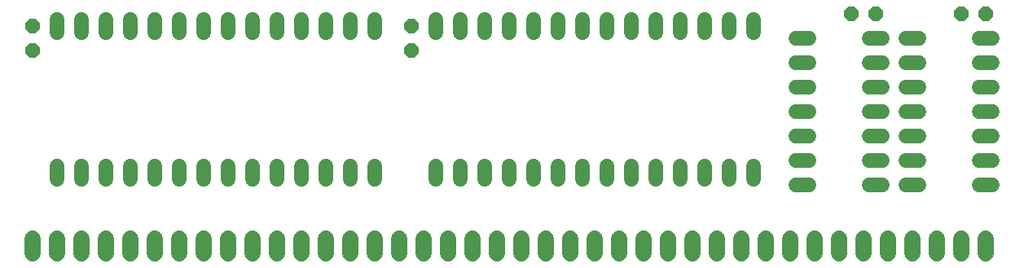
<source format=gbs>
G75*
%MOIN*%
%OFA0B0*%
%FSLAX24Y24*%
%IPPOS*%
%LPD*%
%AMOC8*
5,1,8,0,0,1.08239X$1,22.5*
%
%ADD10C,0.0600*%
%ADD11C,0.0680*%
%ADD12OC8,0.0600*%
D10*
X001680Y003920D02*
X001680Y004440D01*
X002680Y004440D02*
X002680Y003920D01*
X003680Y003920D02*
X003680Y004440D01*
X004680Y004440D02*
X004680Y003920D01*
X005680Y003920D02*
X005680Y004440D01*
X006680Y004440D02*
X006680Y003920D01*
X007680Y003920D02*
X007680Y004440D01*
X008680Y004440D02*
X008680Y003920D01*
X009680Y003920D02*
X009680Y004440D01*
X010680Y004440D02*
X010680Y003920D01*
X011680Y003920D02*
X011680Y004440D01*
X012680Y004440D02*
X012680Y003920D01*
X013680Y003920D02*
X013680Y004440D01*
X014680Y004440D02*
X014680Y003920D01*
X017180Y003920D02*
X017180Y004440D01*
X018180Y004440D02*
X018180Y003920D01*
X019180Y003920D02*
X019180Y004440D01*
X020180Y004440D02*
X020180Y003920D01*
X021180Y003920D02*
X021180Y004440D01*
X022180Y004440D02*
X022180Y003920D01*
X023180Y003920D02*
X023180Y004440D01*
X024180Y004440D02*
X024180Y003920D01*
X025180Y003920D02*
X025180Y004440D01*
X026180Y004440D02*
X026180Y003920D01*
X027180Y003920D02*
X027180Y004440D01*
X028180Y004440D02*
X028180Y003920D01*
X029180Y003920D02*
X029180Y004440D01*
X030180Y004440D02*
X030180Y003920D01*
X031920Y003680D02*
X032440Y003680D01*
X034920Y003680D02*
X035440Y003680D01*
X036420Y003680D02*
X036940Y003680D01*
X039420Y003680D02*
X039940Y003680D01*
X039940Y004680D02*
X039420Y004680D01*
X036940Y004680D02*
X036420Y004680D01*
X035440Y004680D02*
X034920Y004680D01*
X032440Y004680D02*
X031920Y004680D01*
X031920Y005680D02*
X032440Y005680D01*
X034920Y005680D02*
X035440Y005680D01*
X036420Y005680D02*
X036940Y005680D01*
X039420Y005680D02*
X039940Y005680D01*
X039940Y006680D02*
X039420Y006680D01*
X036940Y006680D02*
X036420Y006680D01*
X035440Y006680D02*
X034920Y006680D01*
X032440Y006680D02*
X031920Y006680D01*
X031920Y007680D02*
X032440Y007680D01*
X034920Y007680D02*
X035440Y007680D01*
X036420Y007680D02*
X036940Y007680D01*
X039420Y007680D02*
X039940Y007680D01*
X039940Y008680D02*
X039420Y008680D01*
X036940Y008680D02*
X036420Y008680D01*
X035440Y008680D02*
X034920Y008680D01*
X032440Y008680D02*
X031920Y008680D01*
X031920Y009680D02*
X032440Y009680D01*
X030180Y009920D02*
X030180Y010440D01*
X029180Y010440D02*
X029180Y009920D01*
X028180Y009920D02*
X028180Y010440D01*
X027180Y010440D02*
X027180Y009920D01*
X026180Y009920D02*
X026180Y010440D01*
X025180Y010440D02*
X025180Y009920D01*
X024180Y009920D02*
X024180Y010440D01*
X023180Y010440D02*
X023180Y009920D01*
X022180Y009920D02*
X022180Y010440D01*
X021180Y010440D02*
X021180Y009920D01*
X020180Y009920D02*
X020180Y010440D01*
X019180Y010440D02*
X019180Y009920D01*
X018180Y009920D02*
X018180Y010440D01*
X017180Y010440D02*
X017180Y009920D01*
X014680Y009920D02*
X014680Y010440D01*
X013680Y010440D02*
X013680Y009920D01*
X012680Y009920D02*
X012680Y010440D01*
X011680Y010440D02*
X011680Y009920D01*
X010680Y009920D02*
X010680Y010440D01*
X009680Y010440D02*
X009680Y009920D01*
X008680Y009920D02*
X008680Y010440D01*
X007680Y010440D02*
X007680Y009920D01*
X006680Y009920D02*
X006680Y010440D01*
X005680Y010440D02*
X005680Y009920D01*
X004680Y009920D02*
X004680Y010440D01*
X003680Y010440D02*
X003680Y009920D01*
X002680Y009920D02*
X002680Y010440D01*
X001680Y010440D02*
X001680Y009920D01*
X034920Y009680D02*
X035440Y009680D01*
X036420Y009680D02*
X036940Y009680D01*
X039420Y009680D02*
X039940Y009680D01*
D11*
X000680Y001480D02*
X000680Y000880D01*
X001680Y000880D02*
X001680Y001480D01*
X002680Y001480D02*
X002680Y000880D01*
X003680Y000880D02*
X003680Y001480D01*
X004680Y001480D02*
X004680Y000880D01*
X005680Y000880D02*
X005680Y001480D01*
X006680Y001480D02*
X006680Y000880D01*
X007680Y000880D02*
X007680Y001480D01*
X008680Y001480D02*
X008680Y000880D01*
X009680Y000880D02*
X009680Y001480D01*
X010680Y001480D02*
X010680Y000880D01*
X011680Y000880D02*
X011680Y001480D01*
X012680Y001480D02*
X012680Y000880D01*
X013680Y000880D02*
X013680Y001480D01*
X014680Y001480D02*
X014680Y000880D01*
X015680Y000880D02*
X015680Y001480D01*
X016680Y001480D02*
X016680Y000880D01*
X017680Y000880D02*
X017680Y001480D01*
X018680Y001480D02*
X018680Y000880D01*
X019680Y000880D02*
X019680Y001480D01*
X020680Y001480D02*
X020680Y000880D01*
X021680Y000880D02*
X021680Y001480D01*
X022680Y001480D02*
X022680Y000880D01*
X023680Y000880D02*
X023680Y001480D01*
X024680Y001480D02*
X024680Y000880D01*
X025680Y000880D02*
X025680Y001480D01*
X026680Y001480D02*
X026680Y000880D01*
X027680Y000880D02*
X027680Y001480D01*
X028680Y001480D02*
X028680Y000880D01*
X029680Y000880D02*
X029680Y001480D01*
X030680Y001480D02*
X030680Y000880D01*
X031680Y000880D02*
X031680Y001480D01*
X032680Y001480D02*
X032680Y000880D01*
X033680Y000880D02*
X033680Y001480D01*
X034680Y001480D02*
X034680Y000880D01*
X035680Y000880D02*
X035680Y001480D01*
X036680Y001480D02*
X036680Y000880D01*
X037680Y000880D02*
X037680Y001480D01*
X038680Y001480D02*
X038680Y000880D01*
X039680Y000880D02*
X039680Y001480D01*
D12*
X016180Y009180D03*
X016180Y010180D03*
X000680Y010180D03*
X000680Y009180D03*
X034180Y010680D03*
X035180Y010680D03*
X038680Y010680D03*
X039680Y010680D03*
M02*

</source>
